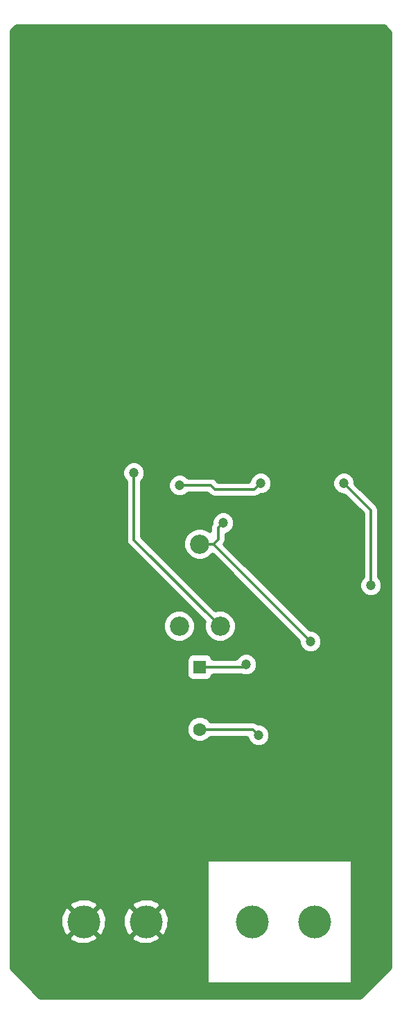
<source format=gbr>
G04 #@! TF.FileFunction,Copper,L2,Bot,Signal*
%FSLAX46Y46*%
G04 Gerber Fmt 4.6, Leading zero omitted, Abs format (unit mm)*
G04 Created by KiCad (PCBNEW 4.0.7-e2-6376~58~ubuntu16.04.1) date Sat Oct 21 15:52:31 2017*
%MOMM*%
%LPD*%
G01*
G04 APERTURE LIST*
%ADD10C,0.100000*%
%ADD11C,4.000000*%
%ADD12C,2.340000*%
%ADD13R,1.600000X1.600000*%
%ADD14C,1.600000*%
%ADD15C,1.200000*%
%ADD16C,0.300000*%
%ADD17C,0.500000*%
G04 APERTURE END LIST*
D10*
D11*
X93426000Y-186029000D03*
X85806000Y-186029000D03*
X106426000Y-186029000D03*
X114046000Y-186029000D03*
D12*
X102489000Y-150000000D03*
X99989000Y-140000000D03*
X97489000Y-150000000D03*
D13*
X100000000Y-155000000D03*
D14*
X100000000Y-162600000D03*
D15*
X104902000Y-146558000D03*
X94742000Y-130048000D03*
X102616000Y-131826000D03*
X116840000Y-156210000D03*
X109474000Y-151892000D03*
X102997000Y-120015000D03*
X108966000Y-79883000D03*
X91059000Y-79883000D03*
X120015000Y-108839000D03*
X120142000Y-91059000D03*
X80010000Y-108966000D03*
X80010000Y-91059000D03*
X97028000Y-120142000D03*
X105283000Y-172720000D03*
X97663000Y-175641000D03*
X105283000Y-124587000D03*
X120015000Y-120015000D03*
X120142000Y-79883000D03*
X79756000Y-120142000D03*
X79883000Y-80010000D03*
X102870000Y-137414000D03*
X113538000Y-151892000D03*
X91948000Y-131318000D03*
X105664000Y-154686000D03*
X107188000Y-163322000D03*
X117602000Y-132590000D03*
X120904000Y-145034000D03*
X107442000Y-132588000D03*
X97536000Y-132842000D03*
D16*
X102870000Y-137414000D02*
X102270001Y-138013999D01*
X102270001Y-138013999D02*
X102270001Y-139375999D01*
X102270001Y-139375999D02*
X101646000Y-140000000D01*
X99989000Y-140000000D02*
X101646000Y-140000000D01*
X101646000Y-140000000D02*
X113538000Y-151892000D01*
X91948000Y-137922000D02*
X91948000Y-139459000D01*
X91948000Y-137922000D02*
X91948000Y-131318000D01*
X91948000Y-139459000D02*
X102489000Y-150000000D01*
X100000000Y-155000000D02*
X105350000Y-155000000D01*
X105350000Y-155000000D02*
X105664000Y-154686000D01*
X100000000Y-162600000D02*
X106466000Y-162600000D01*
X106466000Y-162600000D02*
X107188000Y-163322000D01*
X120904000Y-145034000D02*
X120904000Y-135892000D01*
X120904000Y-135892000D02*
X117602000Y-132590000D01*
X101854000Y-133350000D02*
X106680000Y-133350000D01*
X106680000Y-133350000D02*
X107442000Y-132588000D01*
X101346000Y-132842000D02*
X101854000Y-133350000D01*
X97536000Y-132842000D02*
X101346000Y-132842000D01*
D17*
G36*
X123281000Y-77599148D02*
X123281000Y-191640852D01*
X119631852Y-195290000D01*
X80520148Y-195290000D01*
X76998000Y-191767852D01*
X76998000Y-187968503D01*
X83937208Y-187968503D01*
X84138697Y-188408911D01*
X85176365Y-188865801D01*
X86309890Y-188890812D01*
X87366701Y-188480140D01*
X87473303Y-188408911D01*
X87674792Y-187968503D01*
X91557208Y-187968503D01*
X91758697Y-188408911D01*
X92796365Y-188865801D01*
X93929890Y-188890812D01*
X94986701Y-188480140D01*
X95093303Y-188408911D01*
X95294792Y-187968503D01*
X93426000Y-186099711D01*
X91557208Y-187968503D01*
X87674792Y-187968503D01*
X85806000Y-186099711D01*
X83937208Y-187968503D01*
X76998000Y-187968503D01*
X76998000Y-186532890D01*
X82944188Y-186532890D01*
X83354860Y-187589701D01*
X83426089Y-187696303D01*
X83866497Y-187897792D01*
X85735289Y-186029000D01*
X85876711Y-186029000D01*
X87745503Y-187897792D01*
X88185911Y-187696303D01*
X88642801Y-186658635D01*
X88645575Y-186532890D01*
X90564188Y-186532890D01*
X90974860Y-187589701D01*
X91046089Y-187696303D01*
X91486497Y-187897792D01*
X93355289Y-186029000D01*
X93496711Y-186029000D01*
X95365503Y-187897792D01*
X95805911Y-187696303D01*
X96262801Y-186658635D01*
X96287812Y-185525110D01*
X95877140Y-184468299D01*
X95805911Y-184361697D01*
X95365503Y-184160208D01*
X93496711Y-186029000D01*
X93355289Y-186029000D01*
X91486497Y-184160208D01*
X91046089Y-184361697D01*
X90589199Y-185399365D01*
X90564188Y-186532890D01*
X88645575Y-186532890D01*
X88667812Y-185525110D01*
X88257140Y-184468299D01*
X88185911Y-184361697D01*
X87745503Y-184160208D01*
X85876711Y-186029000D01*
X85735289Y-186029000D01*
X83866497Y-184160208D01*
X83426089Y-184361697D01*
X82969199Y-185399365D01*
X82944188Y-186532890D01*
X76998000Y-186532890D01*
X76998000Y-184089497D01*
X83937208Y-184089497D01*
X85806000Y-185958289D01*
X87674792Y-184089497D01*
X91557208Y-184089497D01*
X93426000Y-185958289D01*
X95294792Y-184089497D01*
X95093303Y-183649089D01*
X94055635Y-183192199D01*
X92922110Y-183167188D01*
X91865299Y-183577860D01*
X91758697Y-183649089D01*
X91557208Y-184089497D01*
X87674792Y-184089497D01*
X87473303Y-183649089D01*
X86435635Y-183192199D01*
X85302110Y-183167188D01*
X84245299Y-183577860D01*
X84138697Y-183649089D01*
X83937208Y-184089497D01*
X76998000Y-184089497D01*
X76998000Y-178689000D01*
X100778500Y-178689000D01*
X100778500Y-193421000D01*
X100795597Y-193511864D01*
X100849298Y-193595318D01*
X100931236Y-193651304D01*
X101028500Y-193671000D01*
X118427500Y-193671000D01*
X118518364Y-193653903D01*
X118601818Y-193600202D01*
X118657804Y-193518264D01*
X118677500Y-193421000D01*
X118677500Y-178689000D01*
X118660403Y-178598136D01*
X118606702Y-178514682D01*
X118524764Y-178458696D01*
X118427500Y-178439000D01*
X101028500Y-178439000D01*
X100937636Y-178456097D01*
X100854182Y-178509798D01*
X100798196Y-178591736D01*
X100778500Y-178689000D01*
X76998000Y-178689000D01*
X76998000Y-162926765D01*
X98349715Y-162926765D01*
X98600383Y-163533429D01*
X99064130Y-163997986D01*
X99670355Y-164249713D01*
X100326765Y-164250285D01*
X100933429Y-163999617D01*
X101333744Y-163600000D01*
X105737757Y-163600000D01*
X105737749Y-163609157D01*
X105958033Y-164142286D01*
X106365569Y-164550533D01*
X106898312Y-164771748D01*
X107475157Y-164772251D01*
X108008286Y-164551967D01*
X108416533Y-164144431D01*
X108637748Y-163611688D01*
X108638251Y-163034843D01*
X108417967Y-162501714D01*
X108010431Y-162093467D01*
X107477688Y-161872252D01*
X107141777Y-161871959D01*
X106848684Y-161676120D01*
X106466000Y-161600000D01*
X101333162Y-161600000D01*
X100935870Y-161202014D01*
X100329645Y-160950287D01*
X99673235Y-160949715D01*
X99066571Y-161200383D01*
X98602014Y-161664130D01*
X98350287Y-162270355D01*
X98349715Y-162926765D01*
X76998000Y-162926765D01*
X76998000Y-154200000D01*
X98333348Y-154200000D01*
X98333348Y-155800000D01*
X98392618Y-156114991D01*
X98578777Y-156404291D01*
X98862824Y-156598372D01*
X99200000Y-156666652D01*
X100800000Y-156666652D01*
X101114991Y-156607382D01*
X101404291Y-156421223D01*
X101598372Y-156137176D01*
X101626151Y-156000000D01*
X105047396Y-156000000D01*
X105374312Y-156135748D01*
X105951157Y-156136251D01*
X106484286Y-155915967D01*
X106892533Y-155508431D01*
X107113748Y-154975688D01*
X107114251Y-154398843D01*
X106893967Y-153865714D01*
X106486431Y-153457467D01*
X105953688Y-153236252D01*
X105376843Y-153235749D01*
X104843714Y-153456033D01*
X104435467Y-153863569D01*
X104378816Y-154000000D01*
X101629019Y-154000000D01*
X101607382Y-153885009D01*
X101421223Y-153595709D01*
X101137176Y-153401628D01*
X100800000Y-153333348D01*
X99200000Y-153333348D01*
X98885009Y-153392618D01*
X98595709Y-153578777D01*
X98401628Y-153862824D01*
X98333348Y-154200000D01*
X76998000Y-154200000D01*
X76998000Y-150400040D01*
X95468650Y-150400040D01*
X95775529Y-151142743D01*
X96343268Y-151711474D01*
X97085434Y-152019648D01*
X97889040Y-152020350D01*
X98631743Y-151713471D01*
X99200474Y-151145732D01*
X99508648Y-150403566D01*
X99509350Y-149599960D01*
X99202471Y-148857257D01*
X98634732Y-148288526D01*
X97892566Y-147980352D01*
X97088960Y-147979650D01*
X96346257Y-148286529D01*
X95777526Y-148854268D01*
X95469352Y-149596434D01*
X95468650Y-150400040D01*
X76998000Y-150400040D01*
X76998000Y-131605157D01*
X90497749Y-131605157D01*
X90718033Y-132138286D01*
X90948000Y-132368654D01*
X90948000Y-139459000D01*
X91024120Y-139841684D01*
X91240893Y-140166107D01*
X100528581Y-149453795D01*
X100469352Y-149596434D01*
X100468650Y-150400040D01*
X100775529Y-151142743D01*
X101343268Y-151711474D01*
X102085434Y-152019648D01*
X102889040Y-152020350D01*
X103631743Y-151713471D01*
X104200474Y-151145732D01*
X104508648Y-150403566D01*
X104509350Y-149599960D01*
X104202471Y-148857257D01*
X103634732Y-148288526D01*
X102892566Y-147980352D01*
X102088960Y-147979650D01*
X101943123Y-148039909D01*
X94303254Y-140400040D01*
X97968650Y-140400040D01*
X98275529Y-141142743D01*
X98843268Y-141711474D01*
X99585434Y-142019648D01*
X100389040Y-142020350D01*
X101131743Y-141713471D01*
X101538855Y-141307069D01*
X112088031Y-151856245D01*
X112087749Y-152179157D01*
X112308033Y-152712286D01*
X112715569Y-153120533D01*
X113248312Y-153341748D01*
X113825157Y-153342251D01*
X114358286Y-153121967D01*
X114766533Y-152714431D01*
X114987748Y-152181688D01*
X114988251Y-151604843D01*
X114767967Y-151071714D01*
X114360431Y-150663467D01*
X113827688Y-150442252D01*
X113502182Y-150441968D01*
X103043683Y-139983469D01*
X103193881Y-139758683D01*
X103270002Y-139375999D01*
X103270001Y-139375994D01*
X103270001Y-138817625D01*
X103690286Y-138643967D01*
X104098533Y-138236431D01*
X104319748Y-137703688D01*
X104320251Y-137126843D01*
X104099967Y-136593714D01*
X103692431Y-136185467D01*
X103159688Y-135964252D01*
X102582843Y-135963749D01*
X102049714Y-136184033D01*
X101641467Y-136591569D01*
X101420252Y-137124312D01*
X101419906Y-137520888D01*
X101346121Y-137631315D01*
X101346121Y-137631316D01*
X101270001Y-138013999D01*
X101270001Y-138424031D01*
X101134732Y-138288526D01*
X100392566Y-137980352D01*
X99588960Y-137979650D01*
X98846257Y-138286529D01*
X98277526Y-138854268D01*
X97969352Y-139596434D01*
X97968650Y-140400040D01*
X94303254Y-140400040D01*
X92948000Y-139044786D01*
X92948000Y-133129157D01*
X96085749Y-133129157D01*
X96306033Y-133662286D01*
X96713569Y-134070533D01*
X97246312Y-134291748D01*
X97823157Y-134292251D01*
X98356286Y-134071967D01*
X98586654Y-133842000D01*
X100931787Y-133842000D01*
X101146891Y-134057104D01*
X101146893Y-134057107D01*
X101471317Y-134273880D01*
X101854000Y-134350000D01*
X106680000Y-134350000D01*
X107062684Y-134273880D01*
X107387107Y-134057107D01*
X107406245Y-134037969D01*
X107729157Y-134038251D01*
X108262286Y-133817967D01*
X108670533Y-133410431D01*
X108891748Y-132877688D01*
X108891748Y-132877157D01*
X116151749Y-132877157D01*
X116372033Y-133410286D01*
X116779569Y-133818533D01*
X117312312Y-134039748D01*
X117637818Y-134040032D01*
X119904000Y-136306214D01*
X119904000Y-143983434D01*
X119675467Y-144211569D01*
X119454252Y-144744312D01*
X119453749Y-145321157D01*
X119674033Y-145854286D01*
X120081569Y-146262533D01*
X120614312Y-146483748D01*
X121191157Y-146484251D01*
X121724286Y-146263967D01*
X122132533Y-145856431D01*
X122353748Y-145323688D01*
X122354251Y-144746843D01*
X122133967Y-144213714D01*
X121904000Y-143983346D01*
X121904000Y-135892000D01*
X121827880Y-135509317D01*
X121611107Y-135184893D01*
X119051969Y-132625755D01*
X119052251Y-132302843D01*
X118831967Y-131769714D01*
X118424431Y-131361467D01*
X117891688Y-131140252D01*
X117314843Y-131139749D01*
X116781714Y-131360033D01*
X116373467Y-131767569D01*
X116152252Y-132300312D01*
X116151749Y-132877157D01*
X108891748Y-132877157D01*
X108892251Y-132300843D01*
X108671967Y-131767714D01*
X108264431Y-131359467D01*
X107731688Y-131138252D01*
X107154843Y-131137749D01*
X106621714Y-131358033D01*
X106213467Y-131765569D01*
X105992252Y-132298312D01*
X105992207Y-132350000D01*
X102268214Y-132350000D01*
X102053107Y-132134893D01*
X101728684Y-131918120D01*
X101346000Y-131842000D01*
X98586566Y-131842000D01*
X98358431Y-131613467D01*
X97825688Y-131392252D01*
X97248843Y-131391749D01*
X96715714Y-131612033D01*
X96307467Y-132019569D01*
X96086252Y-132552312D01*
X96085749Y-133129157D01*
X92948000Y-133129157D01*
X92948000Y-132368566D01*
X93176533Y-132140431D01*
X93397748Y-131607688D01*
X93398251Y-131030843D01*
X93177967Y-130497714D01*
X92770431Y-130089467D01*
X92237688Y-129868252D01*
X91660843Y-129867749D01*
X91127714Y-130088033D01*
X90719467Y-130495569D01*
X90498252Y-131028312D01*
X90497749Y-131605157D01*
X76998000Y-131605157D01*
X76998000Y-77472148D01*
X77599148Y-76871000D01*
X122552852Y-76871000D01*
X123281000Y-77599148D01*
X123281000Y-77599148D01*
G37*
X123281000Y-77599148D02*
X123281000Y-191640852D01*
X119631852Y-195290000D01*
X80520148Y-195290000D01*
X76998000Y-191767852D01*
X76998000Y-187968503D01*
X83937208Y-187968503D01*
X84138697Y-188408911D01*
X85176365Y-188865801D01*
X86309890Y-188890812D01*
X87366701Y-188480140D01*
X87473303Y-188408911D01*
X87674792Y-187968503D01*
X91557208Y-187968503D01*
X91758697Y-188408911D01*
X92796365Y-188865801D01*
X93929890Y-188890812D01*
X94986701Y-188480140D01*
X95093303Y-188408911D01*
X95294792Y-187968503D01*
X93426000Y-186099711D01*
X91557208Y-187968503D01*
X87674792Y-187968503D01*
X85806000Y-186099711D01*
X83937208Y-187968503D01*
X76998000Y-187968503D01*
X76998000Y-186532890D01*
X82944188Y-186532890D01*
X83354860Y-187589701D01*
X83426089Y-187696303D01*
X83866497Y-187897792D01*
X85735289Y-186029000D01*
X85876711Y-186029000D01*
X87745503Y-187897792D01*
X88185911Y-187696303D01*
X88642801Y-186658635D01*
X88645575Y-186532890D01*
X90564188Y-186532890D01*
X90974860Y-187589701D01*
X91046089Y-187696303D01*
X91486497Y-187897792D01*
X93355289Y-186029000D01*
X93496711Y-186029000D01*
X95365503Y-187897792D01*
X95805911Y-187696303D01*
X96262801Y-186658635D01*
X96287812Y-185525110D01*
X95877140Y-184468299D01*
X95805911Y-184361697D01*
X95365503Y-184160208D01*
X93496711Y-186029000D01*
X93355289Y-186029000D01*
X91486497Y-184160208D01*
X91046089Y-184361697D01*
X90589199Y-185399365D01*
X90564188Y-186532890D01*
X88645575Y-186532890D01*
X88667812Y-185525110D01*
X88257140Y-184468299D01*
X88185911Y-184361697D01*
X87745503Y-184160208D01*
X85876711Y-186029000D01*
X85735289Y-186029000D01*
X83866497Y-184160208D01*
X83426089Y-184361697D01*
X82969199Y-185399365D01*
X82944188Y-186532890D01*
X76998000Y-186532890D01*
X76998000Y-184089497D01*
X83937208Y-184089497D01*
X85806000Y-185958289D01*
X87674792Y-184089497D01*
X91557208Y-184089497D01*
X93426000Y-185958289D01*
X95294792Y-184089497D01*
X95093303Y-183649089D01*
X94055635Y-183192199D01*
X92922110Y-183167188D01*
X91865299Y-183577860D01*
X91758697Y-183649089D01*
X91557208Y-184089497D01*
X87674792Y-184089497D01*
X87473303Y-183649089D01*
X86435635Y-183192199D01*
X85302110Y-183167188D01*
X84245299Y-183577860D01*
X84138697Y-183649089D01*
X83937208Y-184089497D01*
X76998000Y-184089497D01*
X76998000Y-178689000D01*
X100778500Y-178689000D01*
X100778500Y-193421000D01*
X100795597Y-193511864D01*
X100849298Y-193595318D01*
X100931236Y-193651304D01*
X101028500Y-193671000D01*
X118427500Y-193671000D01*
X118518364Y-193653903D01*
X118601818Y-193600202D01*
X118657804Y-193518264D01*
X118677500Y-193421000D01*
X118677500Y-178689000D01*
X118660403Y-178598136D01*
X118606702Y-178514682D01*
X118524764Y-178458696D01*
X118427500Y-178439000D01*
X101028500Y-178439000D01*
X100937636Y-178456097D01*
X100854182Y-178509798D01*
X100798196Y-178591736D01*
X100778500Y-178689000D01*
X76998000Y-178689000D01*
X76998000Y-162926765D01*
X98349715Y-162926765D01*
X98600383Y-163533429D01*
X99064130Y-163997986D01*
X99670355Y-164249713D01*
X100326765Y-164250285D01*
X100933429Y-163999617D01*
X101333744Y-163600000D01*
X105737757Y-163600000D01*
X105737749Y-163609157D01*
X105958033Y-164142286D01*
X106365569Y-164550533D01*
X106898312Y-164771748D01*
X107475157Y-164772251D01*
X108008286Y-164551967D01*
X108416533Y-164144431D01*
X108637748Y-163611688D01*
X108638251Y-163034843D01*
X108417967Y-162501714D01*
X108010431Y-162093467D01*
X107477688Y-161872252D01*
X107141777Y-161871959D01*
X106848684Y-161676120D01*
X106466000Y-161600000D01*
X101333162Y-161600000D01*
X100935870Y-161202014D01*
X100329645Y-160950287D01*
X99673235Y-160949715D01*
X99066571Y-161200383D01*
X98602014Y-161664130D01*
X98350287Y-162270355D01*
X98349715Y-162926765D01*
X76998000Y-162926765D01*
X76998000Y-154200000D01*
X98333348Y-154200000D01*
X98333348Y-155800000D01*
X98392618Y-156114991D01*
X98578777Y-156404291D01*
X98862824Y-156598372D01*
X99200000Y-156666652D01*
X100800000Y-156666652D01*
X101114991Y-156607382D01*
X101404291Y-156421223D01*
X101598372Y-156137176D01*
X101626151Y-156000000D01*
X105047396Y-156000000D01*
X105374312Y-156135748D01*
X105951157Y-156136251D01*
X106484286Y-155915967D01*
X106892533Y-155508431D01*
X107113748Y-154975688D01*
X107114251Y-154398843D01*
X106893967Y-153865714D01*
X106486431Y-153457467D01*
X105953688Y-153236252D01*
X105376843Y-153235749D01*
X104843714Y-153456033D01*
X104435467Y-153863569D01*
X104378816Y-154000000D01*
X101629019Y-154000000D01*
X101607382Y-153885009D01*
X101421223Y-153595709D01*
X101137176Y-153401628D01*
X100800000Y-153333348D01*
X99200000Y-153333348D01*
X98885009Y-153392618D01*
X98595709Y-153578777D01*
X98401628Y-153862824D01*
X98333348Y-154200000D01*
X76998000Y-154200000D01*
X76998000Y-150400040D01*
X95468650Y-150400040D01*
X95775529Y-151142743D01*
X96343268Y-151711474D01*
X97085434Y-152019648D01*
X97889040Y-152020350D01*
X98631743Y-151713471D01*
X99200474Y-151145732D01*
X99508648Y-150403566D01*
X99509350Y-149599960D01*
X99202471Y-148857257D01*
X98634732Y-148288526D01*
X97892566Y-147980352D01*
X97088960Y-147979650D01*
X96346257Y-148286529D01*
X95777526Y-148854268D01*
X95469352Y-149596434D01*
X95468650Y-150400040D01*
X76998000Y-150400040D01*
X76998000Y-131605157D01*
X90497749Y-131605157D01*
X90718033Y-132138286D01*
X90948000Y-132368654D01*
X90948000Y-139459000D01*
X91024120Y-139841684D01*
X91240893Y-140166107D01*
X100528581Y-149453795D01*
X100469352Y-149596434D01*
X100468650Y-150400040D01*
X100775529Y-151142743D01*
X101343268Y-151711474D01*
X102085434Y-152019648D01*
X102889040Y-152020350D01*
X103631743Y-151713471D01*
X104200474Y-151145732D01*
X104508648Y-150403566D01*
X104509350Y-149599960D01*
X104202471Y-148857257D01*
X103634732Y-148288526D01*
X102892566Y-147980352D01*
X102088960Y-147979650D01*
X101943123Y-148039909D01*
X94303254Y-140400040D01*
X97968650Y-140400040D01*
X98275529Y-141142743D01*
X98843268Y-141711474D01*
X99585434Y-142019648D01*
X100389040Y-142020350D01*
X101131743Y-141713471D01*
X101538855Y-141307069D01*
X112088031Y-151856245D01*
X112087749Y-152179157D01*
X112308033Y-152712286D01*
X112715569Y-153120533D01*
X113248312Y-153341748D01*
X113825157Y-153342251D01*
X114358286Y-153121967D01*
X114766533Y-152714431D01*
X114987748Y-152181688D01*
X114988251Y-151604843D01*
X114767967Y-151071714D01*
X114360431Y-150663467D01*
X113827688Y-150442252D01*
X113502182Y-150441968D01*
X103043683Y-139983469D01*
X103193881Y-139758683D01*
X103270002Y-139375999D01*
X103270001Y-139375994D01*
X103270001Y-138817625D01*
X103690286Y-138643967D01*
X104098533Y-138236431D01*
X104319748Y-137703688D01*
X104320251Y-137126843D01*
X104099967Y-136593714D01*
X103692431Y-136185467D01*
X103159688Y-135964252D01*
X102582843Y-135963749D01*
X102049714Y-136184033D01*
X101641467Y-136591569D01*
X101420252Y-137124312D01*
X101419906Y-137520888D01*
X101346121Y-137631315D01*
X101346121Y-137631316D01*
X101270001Y-138013999D01*
X101270001Y-138424031D01*
X101134732Y-138288526D01*
X100392566Y-137980352D01*
X99588960Y-137979650D01*
X98846257Y-138286529D01*
X98277526Y-138854268D01*
X97969352Y-139596434D01*
X97968650Y-140400040D01*
X94303254Y-140400040D01*
X92948000Y-139044786D01*
X92948000Y-133129157D01*
X96085749Y-133129157D01*
X96306033Y-133662286D01*
X96713569Y-134070533D01*
X97246312Y-134291748D01*
X97823157Y-134292251D01*
X98356286Y-134071967D01*
X98586654Y-133842000D01*
X100931787Y-133842000D01*
X101146891Y-134057104D01*
X101146893Y-134057107D01*
X101471317Y-134273880D01*
X101854000Y-134350000D01*
X106680000Y-134350000D01*
X107062684Y-134273880D01*
X107387107Y-134057107D01*
X107406245Y-134037969D01*
X107729157Y-134038251D01*
X108262286Y-133817967D01*
X108670533Y-133410431D01*
X108891748Y-132877688D01*
X108891748Y-132877157D01*
X116151749Y-132877157D01*
X116372033Y-133410286D01*
X116779569Y-133818533D01*
X117312312Y-134039748D01*
X117637818Y-134040032D01*
X119904000Y-136306214D01*
X119904000Y-143983434D01*
X119675467Y-144211569D01*
X119454252Y-144744312D01*
X119453749Y-145321157D01*
X119674033Y-145854286D01*
X120081569Y-146262533D01*
X120614312Y-146483748D01*
X121191157Y-146484251D01*
X121724286Y-146263967D01*
X122132533Y-145856431D01*
X122353748Y-145323688D01*
X122354251Y-144746843D01*
X122133967Y-144213714D01*
X121904000Y-143983346D01*
X121904000Y-135892000D01*
X121827880Y-135509317D01*
X121611107Y-135184893D01*
X119051969Y-132625755D01*
X119052251Y-132302843D01*
X118831967Y-131769714D01*
X118424431Y-131361467D01*
X117891688Y-131140252D01*
X117314843Y-131139749D01*
X116781714Y-131360033D01*
X116373467Y-131767569D01*
X116152252Y-132300312D01*
X116151749Y-132877157D01*
X108891748Y-132877157D01*
X108892251Y-132300843D01*
X108671967Y-131767714D01*
X108264431Y-131359467D01*
X107731688Y-131138252D01*
X107154843Y-131137749D01*
X106621714Y-131358033D01*
X106213467Y-131765569D01*
X105992252Y-132298312D01*
X105992207Y-132350000D01*
X102268214Y-132350000D01*
X102053107Y-132134893D01*
X101728684Y-131918120D01*
X101346000Y-131842000D01*
X98586566Y-131842000D01*
X98358431Y-131613467D01*
X97825688Y-131392252D01*
X97248843Y-131391749D01*
X96715714Y-131612033D01*
X96307467Y-132019569D01*
X96086252Y-132552312D01*
X96085749Y-133129157D01*
X92948000Y-133129157D01*
X92948000Y-132368566D01*
X93176533Y-132140431D01*
X93397748Y-131607688D01*
X93398251Y-131030843D01*
X93177967Y-130497714D01*
X92770431Y-130089467D01*
X92237688Y-129868252D01*
X91660843Y-129867749D01*
X91127714Y-130088033D01*
X90719467Y-130495569D01*
X90498252Y-131028312D01*
X90497749Y-131605157D01*
X76998000Y-131605157D01*
X76998000Y-77472148D01*
X77599148Y-76871000D01*
X122552852Y-76871000D01*
X123281000Y-77599148D01*
M02*

</source>
